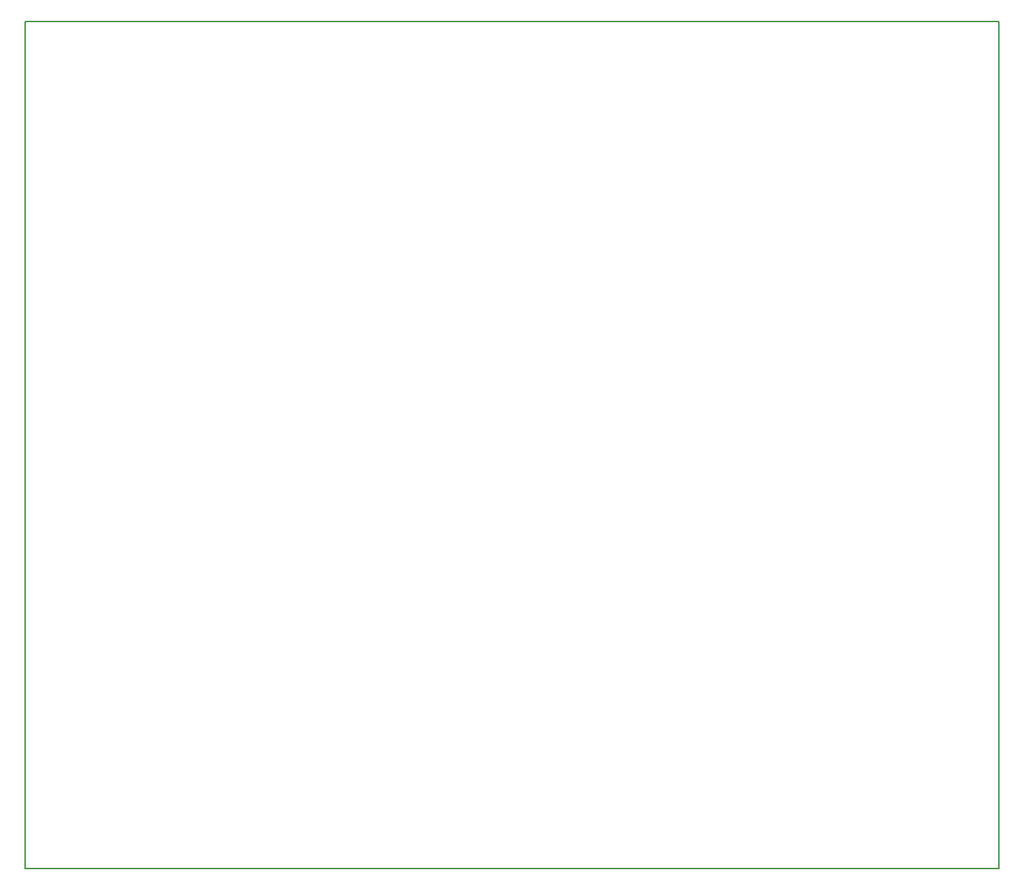
<source format=gbr>
G04 #@! TF.FileFunction,Profile,NP*
%FSLAX46Y46*%
G04 Gerber Fmt 4.6, Leading zero omitted, Abs format (unit mm)*
G04 Created by KiCad (PCBNEW 4.0.6) date 07/10/17 08:35:26*
%MOMM*%
%LPD*%
G01*
G04 APERTURE LIST*
%ADD10C,0.100000*%
%ADD11C,0.150000*%
G04 APERTURE END LIST*
D10*
D11*
X66000000Y-35000000D02*
X66000000Y-135000000D01*
X66000000Y-135000000D02*
X181000000Y-135000000D01*
X181000000Y-35000000D02*
X181000000Y-135000000D01*
X66000000Y-35000000D02*
X181000000Y-35000000D01*
M02*

</source>
